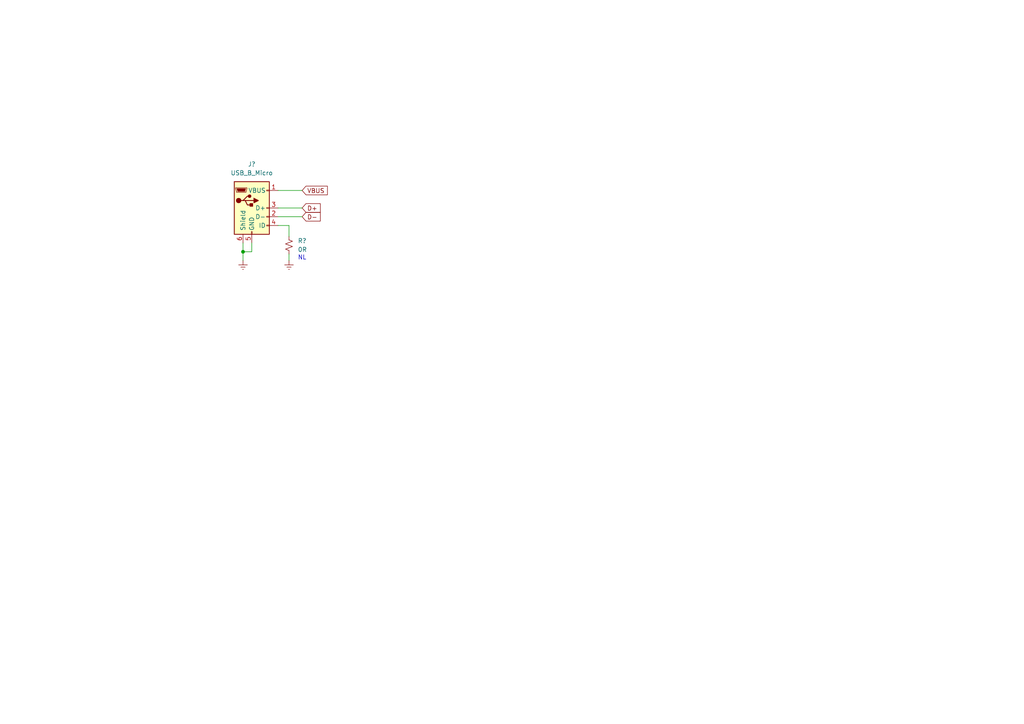
<source format=kicad_sch>
(kicad_sch (version 20211123) (generator eeschema)
  (paper "A4")
  (lib_symbols
    (symbol "Connector:USB_B_Micro" (pin_names (offset 1.016))
      (property "Reference" "J" (at -5.08 11.43 0))
      (property "Value" "USB_B_Micro" (at -5.08 8.89 0))
      (symbol "USB_B_Micro_0_1"
        (rectangle (start -5.08 -7.62) (end 5.08 7.62) (stroke (width 0.254)) (fill (type background)))
        (circle (center -3.81 2.159) (radius 0.635) (stroke (width 0.254)) (fill (type outline)))
        (circle (center -0.635 3.429) (radius 0.381) (stroke (width 0.254)) (fill (type outline)))
        (rectangle (start -0.127 -7.62) (end 0.127 -6.858))
        (polyline (pts (xy -1.905 2.159) (xy 0.635 2.159)) (stroke (width 0.254)))
        (polyline (pts (xy -3.175 2.159) (xy -2.54 2.159) (xy -1.27 3.429) (xy -0.635 3.429)) (stroke (width 0.254)))
        (polyline (pts (xy -2.54 2.159) (xy -1.905 2.159) (xy -1.27 0.889) (xy 0 0.889)) (stroke (width 0.254)))
        (polyline (pts (xy 0.635 2.794) (xy 0.635 1.524) (xy 1.905 2.159) (xy 0.635 2.794)) (stroke (width 0.254)) (fill (type outline)))
        (polyline (pts (xy -4.318 5.588) (xy -1.778 5.588) (xy -2.032 4.826) (xy -4.064 4.826) (xy -4.318 5.588)) (fill (type outline)))
        (polyline (pts (xy -4.699 5.842) (xy -4.699 5.588) (xy -4.445 4.826) (xy -4.445 4.572) (xy -1.651 4.572) (xy -1.651 4.826) (xy -1.397 5.588) (xy -1.397 5.842) (xy -4.699 5.842)))
        (rectangle (start 0.254 1.27) (end -0.508 0.508) (stroke (width 0.254)) (fill (type outline)))
        (rectangle (start 5.08 -5.207) (end 4.318 -4.953))
        (rectangle (start 5.08 -2.667) (end 4.318 -2.413))
        (rectangle (start 5.08 -0.127) (end 4.318 0.127))
        (rectangle (start 5.08 4.953) (end 4.318 5.207))
      )
      (symbol "USB_B_Micro_1_1"
        (pin power_out line (at 7.62 5.08 180) (length 2.54) (name "VBUS") (number "1"))
        (pin bidirectional line (at 7.62 -2.54 180) (length 2.54) (name "D-") (number "2"))
        (pin bidirectional line (at 7.62 0 180) (length 2.54) (name "D+") (number "3"))
        (pin passive line (at 7.62 -5.08 180) (length 2.54) (name "ID") (number "4"))
        (pin power_out line (at 0 -10.16 90) (length 2.54) (name "GND") (number "5"))
        (pin passive line (at -2.54 -10.16 90) (length 2.54) (name "Shield") (number "6"))
      )
    )
    (symbol "Device:R_Small_US" (pin_numbers hide) (pin_names (offset 0.254) hide)
      (property "Reference" "R" (at 0.762 0.508 0))
      (property "Value" "R_Small_US" (at 0.762 -1.016 0))
      (symbol "R_Small_US_1_1"
        (polyline (pts (xy 0 0) (xy 1.016 -0.381) (xy 0 -0.762) (xy -1.016 -1.143) (xy 0 -1.524)))
        (polyline (pts (xy 0 1.524) (xy 1.016 1.143) (xy 0 0.762) (xy -1.016 0.381) (xy 0 0)))
        (pin passive line (at 0 2.54 270) (length 1.016) (name "~") (number "1"))
        (pin passive line (at 0 -2.54 90) (length 1.016) (name "~") (number "2"))
      )
    )
    (symbol "power:Earth" (power) (pin_names (offset 0))
      (symbol "Earth_0_1"
        (polyline (pts (xy -0.635 -1.905) (xy 0.635 -1.905)))
        (polyline (pts (xy -0.127 -2.54) (xy 0.127 -2.54)))
        (polyline (pts (xy 0 -1.27) (xy 0 0)))
        (polyline (pts (xy 1.27 -1.27) (xy -1.27 -1.27)))
      )
      (symbol "Earth_1_1"
        (pin power_in line (at 0 0 270) (length 0) hide (name "Earth") (number "1"))
      )
    )
  )
  (junction (at 70.485 73.025))
  (wire (pts (xy 80.645 55.245) (xy 87.63 55.245)))
  (wire (pts (xy 80.645 65.405) (xy 83.82 65.405)))
  (wire (pts (xy 80.645 60.325) (xy 87.63 60.325)))
  (wire (pts (xy 70.485 73.025) (xy 70.485 70.485)))
  (wire (pts (xy 70.485 75.565) (xy 70.485 73.025)))
  (wire (pts (xy 83.82 73.66) (xy 83.82 75.565)))
  (wire (pts (xy 83.82 65.405) (xy 83.82 68.58)))
  (wire (pts (xy 70.485 73.025) (xy 73.025 73.025)))
  (wire (pts (xy 80.645 62.865) (xy 87.63 62.865)))
  (wire (pts (xy 73.025 73.025) (xy 73.025 70.485)))
  (text "NL" (at 86.36 75.565 0) (effects (font (size 1.27 1.27)) (justify left bottom)))
  (global_label "D+" (shape input) (at 87.63 60.325 0) (property "Intersheet References" "${INTERSHEET_REFS}" (effects hide)))
  (global_label "VBUS" (shape input) (at 87.63 55.245 0) (property "Intersheet References" "${INTERSHEET_REFS}" (effects hide)))
  (global_label "D-" (shape input) (at 87.63 62.865 0) (property "Intersheet References" "${INTERSHEET_REFS}" (effects hide)))
  (symbol (lib_id "Device:R_Small_US") (at 83.82 71.12 0) (unit 1)
    (property "Reference" "R?" (at 86.36 69.8499 0) (effects (justify left)))
    (property "Value" "0R" (at 86.36 72.3899 0) (effects (justify left)))
  )
  (symbol (lib_id "power:Earth") (at 83.82 75.565 0) (unit 1)
    (property "Reference" "#PWR?" (effects hide))
    (property "Value" "Earth" (effects hide))
  )
  (symbol (lib_id "Connector:USB_B_Micro") (at 73.025 60.325 0) (unit 1)
    (property "Reference" "J?" (at 73.025 47.625 0))
    (property "Value" "USB_B_Micro" (at 73.025 50.165 0))
  )
  (symbol (lib_id "power:Earth") (at 70.485 75.565 0) (unit 1)
    (property "Reference" "#PWR?" (effects hide))
    (property "Value" "Earth" (effects hide))
  )
)
</source>
